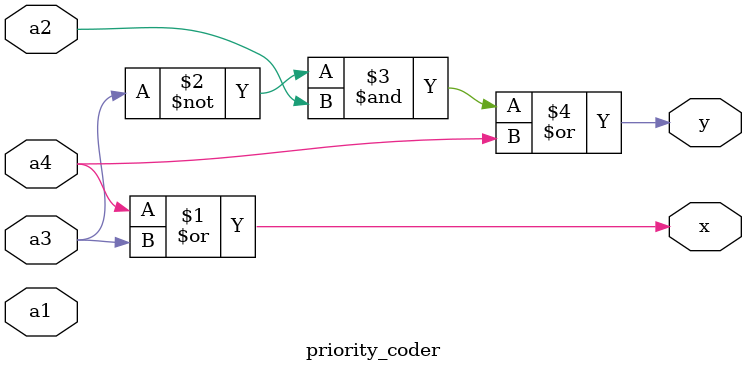
<source format=v>
module priority_coder (
    input a1,
    input a2,
    input a3,
    input a4,
    output x, 
    output y
);
    assign x =  a4 | a3;
    assign y = ((~a3)& a2) | a4;
endmodule

</source>
